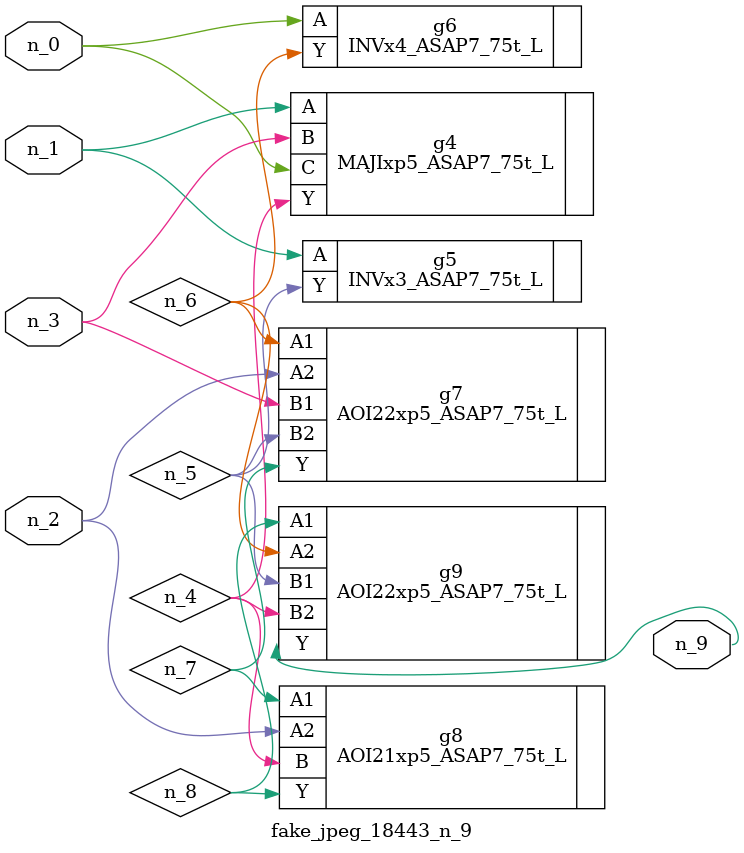
<source format=v>
module fake_jpeg_18443_n_9 (n_0, n_3, n_2, n_1, n_9);

input n_0;
input n_3;
input n_2;
input n_1;

output n_9;

wire n_4;
wire n_8;
wire n_6;
wire n_5;
wire n_7;

MAJIxp5_ASAP7_75t_L g4 ( 
.A(n_1),
.B(n_3),
.C(n_0),
.Y(n_4)
);

INVx3_ASAP7_75t_L g5 ( 
.A(n_1),
.Y(n_5)
);

INVx4_ASAP7_75t_L g6 ( 
.A(n_0),
.Y(n_6)
);

AOI22xp5_ASAP7_75t_L g7 ( 
.A1(n_6),
.A2(n_2),
.B1(n_3),
.B2(n_5),
.Y(n_7)
);

AOI21xp5_ASAP7_75t_L g8 ( 
.A1(n_7),
.A2(n_2),
.B(n_4),
.Y(n_8)
);

AOI22xp5_ASAP7_75t_L g9 ( 
.A1(n_8),
.A2(n_6),
.B1(n_5),
.B2(n_4),
.Y(n_9)
);


endmodule
</source>
